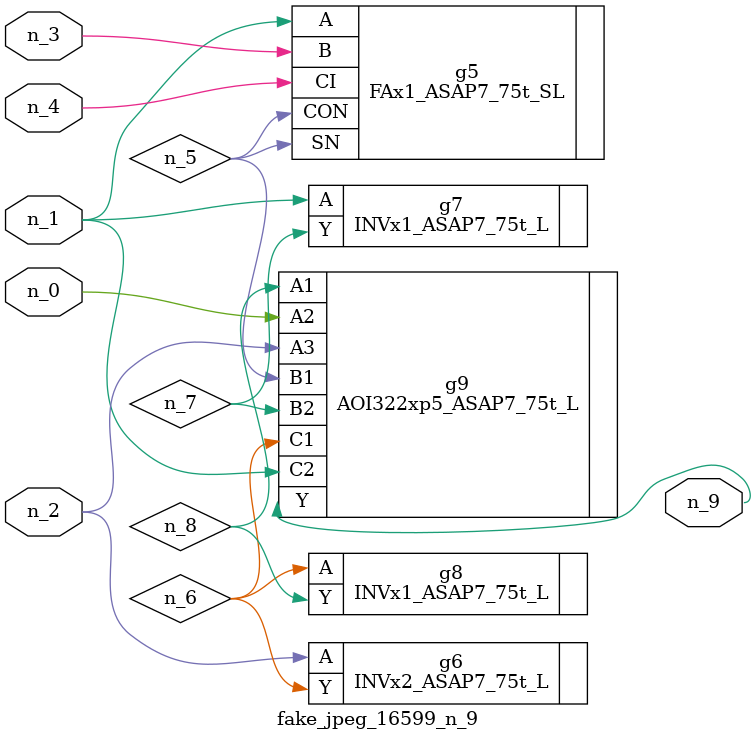
<source format=v>
module fake_jpeg_16599_n_9 (n_3, n_2, n_1, n_0, n_4, n_9);

input n_3;
input n_2;
input n_1;
input n_0;
input n_4;

output n_9;

wire n_8;
wire n_6;
wire n_5;
wire n_7;

FAx1_ASAP7_75t_SL g5 ( 
.A(n_1),
.B(n_3),
.CI(n_4),
.CON(n_5),
.SN(n_5)
);

INVx2_ASAP7_75t_L g6 ( 
.A(n_2),
.Y(n_6)
);

INVx1_ASAP7_75t_L g7 ( 
.A(n_1),
.Y(n_7)
);

INVx1_ASAP7_75t_L g8 ( 
.A(n_6),
.Y(n_8)
);

AOI322xp5_ASAP7_75t_L g9 ( 
.A1(n_8),
.A2(n_0),
.A3(n_2),
.B1(n_5),
.B2(n_7),
.C1(n_6),
.C2(n_1),
.Y(n_9)
);


endmodule
</source>
